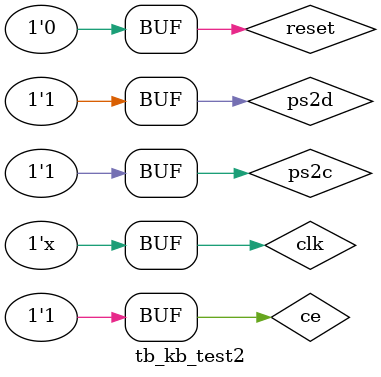
<source format=v>



module tb_kb_test2;

	// Inputs
	reg clk;
	reg reset;
	reg ps2d;
	reg ps2c;

	// Outputs
	wire tx;

	// Instantiate the Unit Under Test (UUT)
	kb_test uut (
		.clk(clk), 
		.reset(reset), 
		.ps2d(ps2d), 
		.ps2c(ps2c), 
		.tx(tx)
	);

	always #10 clk = !clk;
	always #2500 ps2c = !ps2c | ce;


	initial begin
		// Initialize Inputs
		clk = 0;
		reset = 1;
		#10 reset = 0;
		ps2d = 1;
		ps2c = 1;
		ce = 1;
		//Char 1 - 45h '0' => 30h 0011 0000
		#5000 ce =0;ps2d = 0;
		
		//Data
		#5000 ps2d = 1;
		#5000 ps2d = 0;
		#5000 ps2d = 1;
		#5000 ps2d = 0;
		
		#5000 ps2d = 0;
		#5000 ps2d = 0;
		#5000 ps2d = 1;
		#5000 ps2d = 0;
		//
		
		#5000 ps2d = 0;
		#5000 ps2d = 1;
		
		#5000 ce = 1;
		
		
		//F0
		//Data
		
		#5000 ce =0;ps2d = 0;
		
		#5000 ps2d = 0;
		#5000 ps2d = 0;
		#5000 ps2d = 0;
		#5000 ps2d = 0;
		
		#5000 ps2d = 1;
		#5000 ps2d = 1;
		#5000 ps2d = 1;
		#5000 ps2d = 1;
		//
		
		#5000 ps2d = 0;
		#5000 ps2d = 1;
		
		#5000 ce = 1;
		
		
		
		
		
		
		//Char 1 - 45h '0' => 30h 0011 0000
		#5000 ce =0;ps2d = 0;
		
		//Data
		#5000 ps2d = 1;
		#5000 ps2d = 0;
		#5000 ps2d = 1;
		#5000 ps2d = 0;
		
		#5000 ps2d = 0;
		#5000 ps2d = 0;
		#5000 ps2d = 1;
		#5000 ps2d = 0;
		//
		
		#5000 ps2d = 0;
		#5000 ps2d = 1;
		
		#5000 ce = 1;
		
		
	end
      
endmodule


</source>
